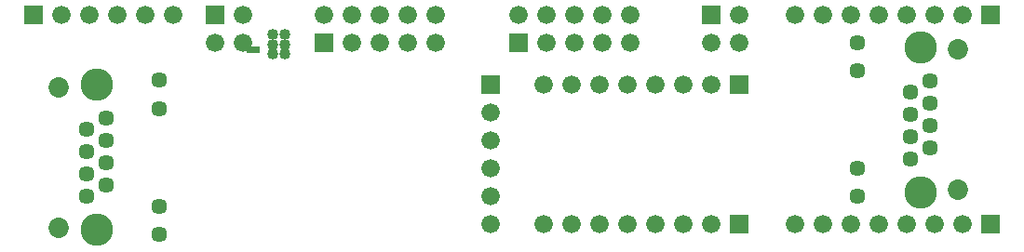
<source format=gbr>
G04 start of page 10 for group -4063 idx -4063 *
G04 Title: (unknown), componentmask *
G04 Creator: pcb 4.2.0 *
G04 CreationDate: Wed Jul 29 20:49:07 2020 UTC *
G04 For: commonadmin *
G04 Format: Gerber/RS-274X *
G04 PCB-Dimensions (mil): 4000.00 3500.00 *
G04 PCB-Coordinate-Origin: lower left *
%MOIN*%
%FSLAX25Y25*%
%LNTOPMASK*%
%ADD129C,0.0400*%
%ADD128C,0.0660*%
%ADD127C,0.0001*%
%ADD126C,0.0572*%
%ADD125C,0.1162*%
%ADD124C,0.0729*%
G54D124*X34039Y23827D03*
G54D125*X47543Y23039D03*
G54D126*X44000Y51031D03*
Y43000D03*
Y34969D03*
X51087Y47016D03*
Y38984D03*
X70024Y21465D03*
Y31504D03*
G54D127*G36*
X185200Y78300D02*Y71700D01*
X191800D01*
Y78300D01*
X185200D01*
G37*
G54D128*X188500Y65000D03*
Y55000D03*
Y45000D03*
Y35000D03*
Y25000D03*
G54D127*G36*
X125700Y93300D02*Y86700D01*
X132300D01*
Y93300D01*
X125700D01*
G37*
G54D128*X139000Y90000D03*
X149000D03*
X159000D03*
X129000Y100000D03*
X139000D03*
X149000D03*
X159000D03*
X169000D03*
X198500D03*
X169000Y90000D03*
G54D127*G36*
X195200Y93300D02*Y86700D01*
X201800D01*
Y93300D01*
X195200D01*
G37*
G54D128*X208500Y90000D03*
Y100000D03*
G54D127*G36*
X86700Y103300D02*Y96700D01*
X93300D01*
Y103300D01*
X86700D01*
G37*
G54D128*X100000Y100000D03*
X90000Y90000D03*
X100000D03*
G54D126*X44000Y59063D03*
X51087Y55047D03*
Y63079D03*
X70024Y66543D03*
Y76583D03*
G54D124*X34039Y74220D03*
G54D125*X47543Y75008D03*
G54D127*G36*
X21700Y103300D02*Y96700D01*
X28300D01*
Y103300D01*
X21700D01*
G37*
G54D128*X35000Y100000D03*
X45000D03*
X55000D03*
X65000D03*
X75000D03*
G54D126*X338957Y64508D03*
G54D124*X356004Y87697D03*
G54D125*X342500Y88484D03*
G54D126*X346043Y60492D03*
Y68524D03*
Y76555D03*
X320020Y44980D03*
Y34941D03*
G54D124*X356004Y37303D03*
G54D125*X342500Y36516D03*
G54D126*X346043Y52461D03*
X338957Y56476D03*
Y48445D03*
G54D127*G36*
X274200Y28300D02*Y21700D01*
X280800D01*
Y28300D01*
X274200D01*
G37*
G54D128*X267500Y25000D03*
X257500D03*
X247500D03*
X237500D03*
X227500D03*
X217500D03*
X207500D03*
G54D127*G36*
X364200Y28300D02*Y21700D01*
X370800D01*
Y28300D01*
X364200D01*
G37*
G54D128*X357500Y25000D03*
X347500D03*
X337500D03*
X327500D03*
X317500D03*
X307500D03*
X297500D03*
G54D126*X338957Y72539D03*
X320020Y90059D03*
Y80020D03*
G54D127*G36*
X364200Y103300D02*Y96700D01*
X370800D01*
Y103300D01*
X364200D01*
G37*
G54D128*X357500Y100000D03*
X347500D03*
X337500D03*
X327500D03*
X317500D03*
X307500D03*
X297500D03*
G54D127*G36*
X274200Y78300D02*Y71700D01*
X280800D01*
Y78300D01*
X274200D01*
G37*
G54D128*X277500Y90000D03*
Y100000D03*
X267500Y75000D03*
G54D127*G36*
X264200Y103300D02*Y96700D01*
X270800D01*
Y103300D01*
X264200D01*
G37*
G54D128*X267500Y90000D03*
X257500Y75000D03*
X247500D03*
X237500D03*
X227500D03*
X238500Y90000D03*
Y100000D03*
X217500Y75000D03*
X207500D03*
X218500Y90000D03*
Y100000D03*
X228500Y90000D03*
Y100000D03*
G54D129*X110500Y86000D03*
Y89500D03*
Y93000D03*
X115000Y86000D03*
Y89500D03*
Y93000D03*
G54D127*G36*
X103775Y88587D02*Y86413D01*
X105949D01*
Y88587D01*
X103775D01*
G37*
G36*
X101413D02*Y86413D01*
X103587D01*
Y88587D01*
X101413D01*
G37*
M02*

</source>
